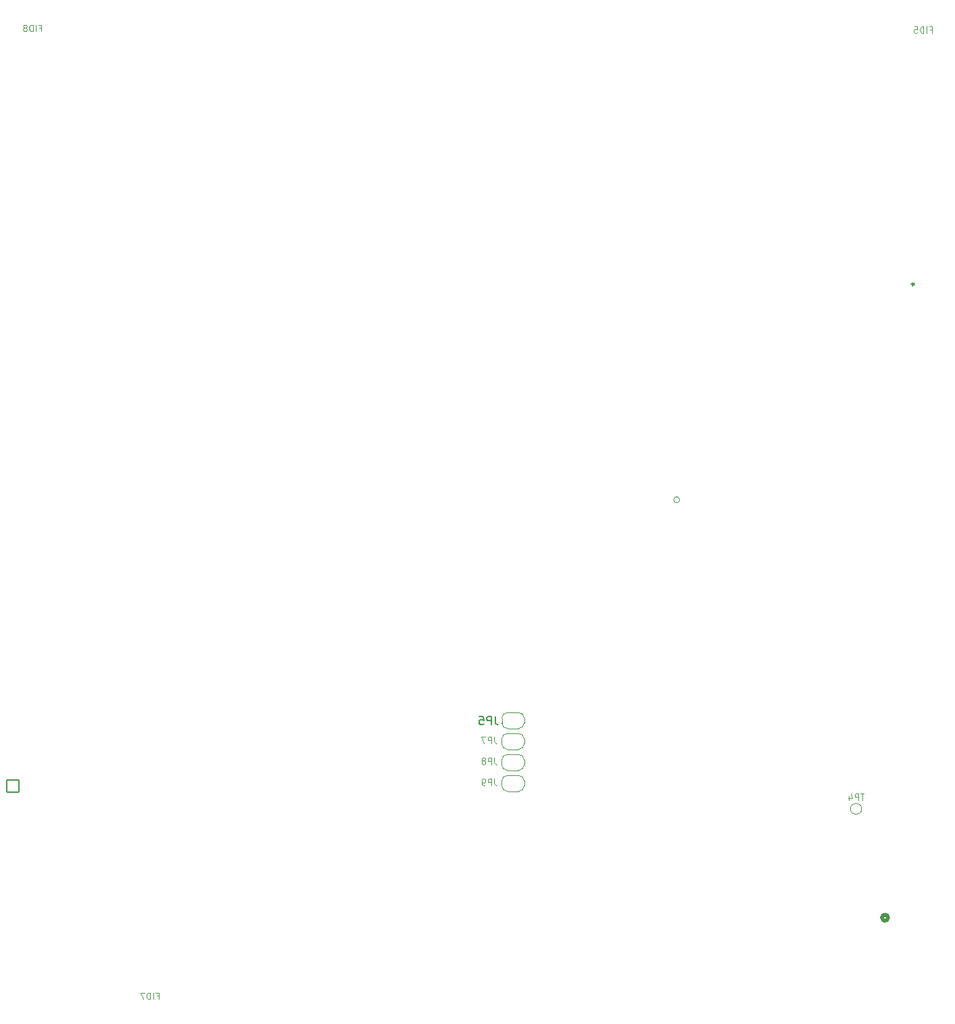
<source format=gbo>
G04 #@! TF.GenerationSoftware,KiCad,Pcbnew,7.0.6-0*
G04 #@! TF.CreationDate,2023-12-12T12:04:17-03:00*
G04 #@! TF.ProjectId,nervosinho_rev2.4,6e657276-6f73-4696-9e68-6f5f72657632,rev?*
G04 #@! TF.SameCoordinates,Original*
G04 #@! TF.FileFunction,Legend,Bot*
G04 #@! TF.FilePolarity,Positive*
%FSLAX46Y46*%
G04 Gerber Fmt 4.6, Leading zero omitted, Abs format (unit mm)*
G04 Created by KiCad (PCBNEW 7.0.6-0) date 2023-12-12 12:04:17*
%MOMM*%
%LPD*%
G01*
G04 APERTURE LIST*
G04 Aperture macros list*
%AMRoundRect*
0 Rectangle with rounded corners*
0 $1 Rounding radius*
0 $2 $3 $4 $5 $6 $7 $8 $9 X,Y pos of 4 corners*
0 Add a 4 corners polygon primitive as box body*
4,1,4,$2,$3,$4,$5,$6,$7,$8,$9,$2,$3,0*
0 Add four circle primitives for the rounded corners*
1,1,$1+$1,$2,$3*
1,1,$1+$1,$4,$5*
1,1,$1+$1,$6,$7*
1,1,$1+$1,$8,$9*
0 Add four rect primitives between the rounded corners*
20,1,$1+$1,$2,$3,$4,$5,0*
20,1,$1+$1,$4,$5,$6,$7,0*
20,1,$1+$1,$6,$7,$8,$9,0*
20,1,$1+$1,$8,$9,$2,$3,0*%
%AMFreePoly0*
4,1,19,0.500000,-0.750000,0.000000,-0.750000,0.000000,-0.744911,-0.071157,-0.744911,-0.207708,-0.704816,-0.327430,-0.627875,-0.420627,-0.520320,-0.479746,-0.390866,-0.500000,-0.250000,-0.500000,0.250000,-0.479746,0.390866,-0.420627,0.520320,-0.327430,0.627875,-0.207708,0.704816,-0.071157,0.744911,0.000000,0.744911,0.000000,0.750000,0.500000,0.750000,0.500000,-0.750000,0.500000,-0.750000,
$1*%
%AMFreePoly1*
4,1,19,0.000000,0.744911,0.071157,0.744911,0.207708,0.704816,0.327430,0.627875,0.420627,0.520320,0.479746,0.390866,0.500000,0.250000,0.500000,-0.250000,0.479746,-0.390866,0.420627,-0.520320,0.327430,-0.627875,0.207708,-0.704816,0.071157,-0.744911,0.000000,-0.744911,0.000000,-0.750000,-0.500000,-0.750000,-0.500000,0.750000,0.000000,0.750000,0.000000,0.744911,0.000000,0.744911,
$1*%
G04 Aperture macros list end*
%ADD10C,0.150000*%
%ADD11C,0.120000*%
%ADD12C,0.508000*%
%ADD13C,1.651000*%
%ADD14C,1.143000*%
%ADD15C,2.000000*%
%ADD16R,1.700000X1.700000*%
%ADD17O,1.700000X1.700000*%
%ADD18C,2.500000*%
%ADD19C,4.000000*%
%ADD20C,4.300000*%
%ADD21C,3.200000*%
%ADD22C,1.500000*%
%ADD23C,3.000000*%
%ADD24C,1.498600*%
%ADD25R,2.000000X2.000000*%
%ADD26C,3.250000*%
%ADD27R,1.520000X1.520000*%
%ADD28C,1.520000*%
%ADD29C,1.800000*%
%ADD30C,1.300000*%
%ADD31RoundRect,0.102000X0.765000X0.765000X-0.765000X0.765000X-0.765000X-0.765000X0.765000X-0.765000X0*%
%ADD32C,1.754000*%
%ADD33FreePoly0,180.000000*%
%ADD34FreePoly1,180.000000*%
%ADD35C,1.000000*%
G04 APERTURE END LIST*
D10*
X113938098Y-32933592D02*
X114176193Y-32933592D01*
X114080955Y-33171687D02*
X114176193Y-32933592D01*
X114176193Y-32933592D02*
X114080955Y-32695497D01*
X114366669Y-33076449D02*
X114176193Y-32933592D01*
X114176193Y-32933592D02*
X114366669Y-32790735D01*
X61802333Y-87102819D02*
X61802333Y-87817104D01*
X61802333Y-87817104D02*
X61849952Y-87959961D01*
X61849952Y-87959961D02*
X61945190Y-88055200D01*
X61945190Y-88055200D02*
X62088047Y-88102819D01*
X62088047Y-88102819D02*
X62183285Y-88102819D01*
X61326142Y-88102819D02*
X61326142Y-87102819D01*
X61326142Y-87102819D02*
X60945190Y-87102819D01*
X60945190Y-87102819D02*
X60849952Y-87150438D01*
X60849952Y-87150438D02*
X60802333Y-87198057D01*
X60802333Y-87198057D02*
X60754714Y-87293295D01*
X60754714Y-87293295D02*
X60754714Y-87436152D01*
X60754714Y-87436152D02*
X60802333Y-87531390D01*
X60802333Y-87531390D02*
X60849952Y-87579009D01*
X60849952Y-87579009D02*
X60945190Y-87626628D01*
X60945190Y-87626628D02*
X61326142Y-87626628D01*
X59849952Y-87102819D02*
X60326142Y-87102819D01*
X60326142Y-87102819D02*
X60373761Y-87579009D01*
X60373761Y-87579009D02*
X60326142Y-87531390D01*
X60326142Y-87531390D02*
X60230904Y-87483771D01*
X60230904Y-87483771D02*
X59992809Y-87483771D01*
X59992809Y-87483771D02*
X59897571Y-87531390D01*
X59897571Y-87531390D02*
X59849952Y-87579009D01*
X59849952Y-87579009D02*
X59802333Y-87674247D01*
X59802333Y-87674247D02*
X59802333Y-87912342D01*
X59802333Y-87912342D02*
X59849952Y-88007580D01*
X59849952Y-88007580D02*
X59897571Y-88055200D01*
X59897571Y-88055200D02*
X59992809Y-88102819D01*
X59992809Y-88102819D02*
X60230904Y-88102819D01*
X60230904Y-88102819D02*
X60326142Y-88055200D01*
X60326142Y-88055200D02*
X60373761Y-88007580D01*
D11*
X61713239Y-92271960D02*
X61713239Y-92843388D01*
X61713239Y-92843388D02*
X61751334Y-92957674D01*
X61751334Y-92957674D02*
X61827525Y-93033865D01*
X61827525Y-93033865D02*
X61941810Y-93071960D01*
X61941810Y-93071960D02*
X62018001Y-93071960D01*
X61332286Y-93071960D02*
X61332286Y-92271960D01*
X61332286Y-92271960D02*
X61027524Y-92271960D01*
X61027524Y-92271960D02*
X60951334Y-92310055D01*
X60951334Y-92310055D02*
X60913239Y-92348150D01*
X60913239Y-92348150D02*
X60875143Y-92424341D01*
X60875143Y-92424341D02*
X60875143Y-92538626D01*
X60875143Y-92538626D02*
X60913239Y-92614817D01*
X60913239Y-92614817D02*
X60951334Y-92652912D01*
X60951334Y-92652912D02*
X61027524Y-92691007D01*
X61027524Y-92691007D02*
X61332286Y-92691007D01*
X60418001Y-92614817D02*
X60494191Y-92576722D01*
X60494191Y-92576722D02*
X60532286Y-92538626D01*
X60532286Y-92538626D02*
X60570382Y-92462436D01*
X60570382Y-92462436D02*
X60570382Y-92424341D01*
X60570382Y-92424341D02*
X60532286Y-92348150D01*
X60532286Y-92348150D02*
X60494191Y-92310055D01*
X60494191Y-92310055D02*
X60418001Y-92271960D01*
X60418001Y-92271960D02*
X60265620Y-92271960D01*
X60265620Y-92271960D02*
X60189429Y-92310055D01*
X60189429Y-92310055D02*
X60151334Y-92348150D01*
X60151334Y-92348150D02*
X60113239Y-92424341D01*
X60113239Y-92424341D02*
X60113239Y-92462436D01*
X60113239Y-92462436D02*
X60151334Y-92538626D01*
X60151334Y-92538626D02*
X60189429Y-92576722D01*
X60189429Y-92576722D02*
X60265620Y-92614817D01*
X60265620Y-92614817D02*
X60418001Y-92614817D01*
X60418001Y-92614817D02*
X60494191Y-92652912D01*
X60494191Y-92652912D02*
X60532286Y-92691007D01*
X60532286Y-92691007D02*
X60570382Y-92767198D01*
X60570382Y-92767198D02*
X60570382Y-92919579D01*
X60570382Y-92919579D02*
X60532286Y-92995769D01*
X60532286Y-92995769D02*
X60494191Y-93033865D01*
X60494191Y-93033865D02*
X60418001Y-93071960D01*
X60418001Y-93071960D02*
X60265620Y-93071960D01*
X60265620Y-93071960D02*
X60189429Y-93033865D01*
X60189429Y-93033865D02*
X60151334Y-92995769D01*
X60151334Y-92995769D02*
X60113239Y-92919579D01*
X60113239Y-92919579D02*
X60113239Y-92767198D01*
X60113239Y-92767198D02*
X60151334Y-92691007D01*
X60151334Y-92691007D02*
X60189429Y-92652912D01*
X60189429Y-92652912D02*
X60265620Y-92614817D01*
X4709142Y-837807D02*
X4975808Y-837807D01*
X4975808Y-1256855D02*
X4975808Y-456855D01*
X4975808Y-456855D02*
X4594856Y-456855D01*
X4290094Y-1256855D02*
X4290094Y-456855D01*
X3909142Y-1256855D02*
X3909142Y-456855D01*
X3909142Y-456855D02*
X3718666Y-456855D01*
X3718666Y-456855D02*
X3604380Y-494950D01*
X3604380Y-494950D02*
X3528190Y-571140D01*
X3528190Y-571140D02*
X3490095Y-647331D01*
X3490095Y-647331D02*
X3451999Y-799712D01*
X3451999Y-799712D02*
X3451999Y-913998D01*
X3451999Y-913998D02*
X3490095Y-1066379D01*
X3490095Y-1066379D02*
X3528190Y-1142569D01*
X3528190Y-1142569D02*
X3604380Y-1218760D01*
X3604380Y-1218760D02*
X3718666Y-1256855D01*
X3718666Y-1256855D02*
X3909142Y-1256855D01*
X2994857Y-799712D02*
X3071047Y-761617D01*
X3071047Y-761617D02*
X3109142Y-723521D01*
X3109142Y-723521D02*
X3147238Y-647331D01*
X3147238Y-647331D02*
X3147238Y-609236D01*
X3147238Y-609236D02*
X3109142Y-533045D01*
X3109142Y-533045D02*
X3071047Y-494950D01*
X3071047Y-494950D02*
X2994857Y-456855D01*
X2994857Y-456855D02*
X2842476Y-456855D01*
X2842476Y-456855D02*
X2766285Y-494950D01*
X2766285Y-494950D02*
X2728190Y-533045D01*
X2728190Y-533045D02*
X2690095Y-609236D01*
X2690095Y-609236D02*
X2690095Y-647331D01*
X2690095Y-647331D02*
X2728190Y-723521D01*
X2728190Y-723521D02*
X2766285Y-761617D01*
X2766285Y-761617D02*
X2842476Y-799712D01*
X2842476Y-799712D02*
X2994857Y-799712D01*
X2994857Y-799712D02*
X3071047Y-837807D01*
X3071047Y-837807D02*
X3109142Y-875902D01*
X3109142Y-875902D02*
X3147238Y-952093D01*
X3147238Y-952093D02*
X3147238Y-1104474D01*
X3147238Y-1104474D02*
X3109142Y-1180664D01*
X3109142Y-1180664D02*
X3071047Y-1218760D01*
X3071047Y-1218760D02*
X2994857Y-1256855D01*
X2994857Y-1256855D02*
X2842476Y-1256855D01*
X2842476Y-1256855D02*
X2766285Y-1218760D01*
X2766285Y-1218760D02*
X2728190Y-1180664D01*
X2728190Y-1180664D02*
X2690095Y-1104474D01*
X2690095Y-1104474D02*
X2690095Y-952093D01*
X2690095Y-952093D02*
X2728190Y-875902D01*
X2728190Y-875902D02*
X2766285Y-837807D01*
X2766285Y-837807D02*
X2842476Y-799712D01*
X108023096Y-96782628D02*
X107565953Y-96782628D01*
X107794525Y-97582628D02*
X107794525Y-96782628D01*
X107299286Y-97582628D02*
X107299286Y-96782628D01*
X107299286Y-96782628D02*
X106994524Y-96782628D01*
X106994524Y-96782628D02*
X106918334Y-96820723D01*
X106918334Y-96820723D02*
X106880239Y-96858818D01*
X106880239Y-96858818D02*
X106842143Y-96935009D01*
X106842143Y-96935009D02*
X106842143Y-97049294D01*
X106842143Y-97049294D02*
X106880239Y-97125485D01*
X106880239Y-97125485D02*
X106918334Y-97163580D01*
X106918334Y-97163580D02*
X106994524Y-97201675D01*
X106994524Y-97201675D02*
X107299286Y-97201675D01*
X106156429Y-97049294D02*
X106156429Y-97582628D01*
X106346905Y-96744533D02*
X106537382Y-97315961D01*
X106537382Y-97315961D02*
X106042143Y-97315961D01*
X19405715Y-122081580D02*
X19672381Y-122081580D01*
X19672381Y-122500628D02*
X19672381Y-121700628D01*
X19672381Y-121700628D02*
X19291429Y-121700628D01*
X18986667Y-122500628D02*
X18986667Y-121700628D01*
X18605715Y-122500628D02*
X18605715Y-121700628D01*
X18605715Y-121700628D02*
X18415239Y-121700628D01*
X18415239Y-121700628D02*
X18300953Y-121738723D01*
X18300953Y-121738723D02*
X18224763Y-121814913D01*
X18224763Y-121814913D02*
X18186668Y-121891104D01*
X18186668Y-121891104D02*
X18148572Y-122043485D01*
X18148572Y-122043485D02*
X18148572Y-122157771D01*
X18148572Y-122157771D02*
X18186668Y-122310152D01*
X18186668Y-122310152D02*
X18224763Y-122386342D01*
X18224763Y-122386342D02*
X18300953Y-122462533D01*
X18300953Y-122462533D02*
X18415239Y-122500628D01*
X18415239Y-122500628D02*
X18605715Y-122500628D01*
X17881906Y-121700628D02*
X17348572Y-121700628D01*
X17348572Y-121700628D02*
X17691430Y-122500628D01*
X116275715Y-1051580D02*
X116542381Y-1051580D01*
X116542381Y-1470628D02*
X116542381Y-670628D01*
X116542381Y-670628D02*
X116161429Y-670628D01*
X115856667Y-1470628D02*
X115856667Y-670628D01*
X115475715Y-1470628D02*
X115475715Y-670628D01*
X115475715Y-670628D02*
X115285239Y-670628D01*
X115285239Y-670628D02*
X115170953Y-708723D01*
X115170953Y-708723D02*
X115094763Y-784913D01*
X115094763Y-784913D02*
X115056668Y-861104D01*
X115056668Y-861104D02*
X115018572Y-1013485D01*
X115018572Y-1013485D02*
X115018572Y-1127771D01*
X115018572Y-1127771D02*
X115056668Y-1280152D01*
X115056668Y-1280152D02*
X115094763Y-1356342D01*
X115094763Y-1356342D02*
X115170953Y-1432533D01*
X115170953Y-1432533D02*
X115285239Y-1470628D01*
X115285239Y-1470628D02*
X115475715Y-1470628D01*
X114294763Y-670628D02*
X114675715Y-670628D01*
X114675715Y-670628D02*
X114713811Y-1051580D01*
X114713811Y-1051580D02*
X114675715Y-1013485D01*
X114675715Y-1013485D02*
X114599525Y-975390D01*
X114599525Y-975390D02*
X114409049Y-975390D01*
X114409049Y-975390D02*
X114332858Y-1013485D01*
X114332858Y-1013485D02*
X114294763Y-1051580D01*
X114294763Y-1051580D02*
X114256668Y-1127771D01*
X114256668Y-1127771D02*
X114256668Y-1318247D01*
X114256668Y-1318247D02*
X114294763Y-1394437D01*
X114294763Y-1394437D02*
X114332858Y-1432533D01*
X114332858Y-1432533D02*
X114409049Y-1470628D01*
X114409049Y-1470628D02*
X114599525Y-1470628D01*
X114599525Y-1470628D02*
X114675715Y-1432533D01*
X114675715Y-1432533D02*
X114713811Y-1394437D01*
X61713239Y-94896628D02*
X61713239Y-95468056D01*
X61713239Y-95468056D02*
X61751334Y-95582342D01*
X61751334Y-95582342D02*
X61827525Y-95658533D01*
X61827525Y-95658533D02*
X61941810Y-95696628D01*
X61941810Y-95696628D02*
X62018001Y-95696628D01*
X61332286Y-95696628D02*
X61332286Y-94896628D01*
X61332286Y-94896628D02*
X61027524Y-94896628D01*
X61027524Y-94896628D02*
X60951334Y-94934723D01*
X60951334Y-94934723D02*
X60913239Y-94972818D01*
X60913239Y-94972818D02*
X60875143Y-95049009D01*
X60875143Y-95049009D02*
X60875143Y-95163294D01*
X60875143Y-95163294D02*
X60913239Y-95239485D01*
X60913239Y-95239485D02*
X60951334Y-95277580D01*
X60951334Y-95277580D02*
X61027524Y-95315675D01*
X61027524Y-95315675D02*
X61332286Y-95315675D01*
X60494191Y-95696628D02*
X60341810Y-95696628D01*
X60341810Y-95696628D02*
X60265620Y-95658533D01*
X60265620Y-95658533D02*
X60227524Y-95620437D01*
X60227524Y-95620437D02*
X60151334Y-95506152D01*
X60151334Y-95506152D02*
X60113239Y-95353771D01*
X60113239Y-95353771D02*
X60113239Y-95049009D01*
X60113239Y-95049009D02*
X60151334Y-94972818D01*
X60151334Y-94972818D02*
X60189429Y-94934723D01*
X60189429Y-94934723D02*
X60265620Y-94896628D01*
X60265620Y-94896628D02*
X60418001Y-94896628D01*
X60418001Y-94896628D02*
X60494191Y-94934723D01*
X60494191Y-94934723D02*
X60532286Y-94972818D01*
X60532286Y-94972818D02*
X60570382Y-95049009D01*
X60570382Y-95049009D02*
X60570382Y-95239485D01*
X60570382Y-95239485D02*
X60532286Y-95315675D01*
X60532286Y-95315675D02*
X60494191Y-95353771D01*
X60494191Y-95353771D02*
X60418001Y-95391866D01*
X60418001Y-95391866D02*
X60265620Y-95391866D01*
X60265620Y-95391866D02*
X60189429Y-95353771D01*
X60189429Y-95353771D02*
X60151334Y-95315675D01*
X60151334Y-95315675D02*
X60113239Y-95239485D01*
X61713239Y-89647294D02*
X61713239Y-90218722D01*
X61713239Y-90218722D02*
X61751334Y-90333008D01*
X61751334Y-90333008D02*
X61827525Y-90409199D01*
X61827525Y-90409199D02*
X61941810Y-90447294D01*
X61941810Y-90447294D02*
X62018001Y-90447294D01*
X61332286Y-90447294D02*
X61332286Y-89647294D01*
X61332286Y-89647294D02*
X61027524Y-89647294D01*
X61027524Y-89647294D02*
X60951334Y-89685389D01*
X60951334Y-89685389D02*
X60913239Y-89723484D01*
X60913239Y-89723484D02*
X60875143Y-89799675D01*
X60875143Y-89799675D02*
X60875143Y-89913960D01*
X60875143Y-89913960D02*
X60913239Y-89990151D01*
X60913239Y-89990151D02*
X60951334Y-90028246D01*
X60951334Y-90028246D02*
X61027524Y-90066341D01*
X61027524Y-90066341D02*
X61332286Y-90066341D01*
X60608477Y-89647294D02*
X60075143Y-89647294D01*
X60075143Y-89647294D02*
X60418001Y-90447294D01*
X84927098Y-59942001D02*
G75*
G03*
X84927098Y-59942001I-381000J0D01*
G01*
D12*
X111029619Y-112299296D02*
G75*
G03*
X111029619Y-112299296I-381000J0D01*
G01*
D11*
X65446000Y-87906000D02*
X65446000Y-87306000D01*
X64746000Y-86606000D02*
X63346000Y-86606000D01*
X63346000Y-88606000D02*
X64746000Y-88606000D01*
X62646000Y-87306000D02*
X62646000Y-87906000D01*
X64746000Y-88606000D02*
G75*
G03*
X65446000Y-87906000I1J699999D01*
G01*
X65446000Y-87306000D02*
G75*
G03*
X64746000Y-86606000I-699999J1D01*
G01*
X62646000Y-87906000D02*
G75*
G03*
X63346000Y-88606000I700000J0D01*
G01*
X63346000Y-86606000D02*
G75*
G03*
X62646000Y-87306000I0J-700000D01*
G01*
X65440573Y-93142105D02*
X65440573Y-92542105D01*
X64740573Y-91842105D02*
X63340573Y-91842105D01*
X63340573Y-93842105D02*
X64740573Y-93842105D01*
X62640573Y-92542105D02*
X62640573Y-93142105D01*
X64740573Y-93842105D02*
G75*
G03*
X65440573Y-93142105I1J699999D01*
G01*
X65440573Y-92542105D02*
G75*
G03*
X64740573Y-91842105I-699999J1D01*
G01*
X62640573Y-93142105D02*
G75*
G03*
X63340573Y-93842105I700000J0D01*
G01*
X63340573Y-91842105D02*
G75*
G03*
X62640573Y-92542105I0J-700000D01*
G01*
X107713573Y-98666773D02*
G75*
G03*
X107713573Y-98666773I-700000J0D01*
G01*
X65440573Y-95766773D02*
X65440573Y-95166773D01*
X64740573Y-94466773D02*
X63340573Y-94466773D01*
X63340573Y-96466773D02*
X64740573Y-96466773D01*
X62640573Y-95166773D02*
X62640573Y-95766773D01*
X64740573Y-96466773D02*
G75*
G03*
X65440573Y-95766773I1J699999D01*
G01*
X65440573Y-95166773D02*
G75*
G03*
X64740573Y-94466773I-699999J1D01*
G01*
X62640573Y-95766773D02*
G75*
G03*
X63340573Y-96466773I700000J0D01*
G01*
X63340573Y-94466773D02*
G75*
G03*
X62640573Y-95166773I0J-700000D01*
G01*
X65440573Y-90517439D02*
X65440573Y-89917439D01*
X64740573Y-89217439D02*
X63340573Y-89217439D01*
X63340573Y-91217439D02*
X64740573Y-91217439D01*
X62640573Y-89917439D02*
X62640573Y-90517439D01*
X64740573Y-91217439D02*
G75*
G03*
X65440573Y-90517439I1J699999D01*
G01*
X65440573Y-89917439D02*
G75*
G03*
X64740573Y-89217439I-699999J1D01*
G01*
X62640573Y-90517439D02*
G75*
G03*
X63340573Y-91217439I700000J0D01*
G01*
X63340573Y-89217439D02*
G75*
G03*
X62640573Y-89917439I0J-700000D01*
G01*
%LPC*%
D13*
X88898997Y-55842002D03*
D14*
X113898999Y-55842002D03*
D15*
X5682000Y-104946000D03*
X5682000Y-108756000D03*
D16*
X114534000Y-127435000D03*
D17*
X111994000Y-127435000D03*
X109454000Y-127435000D03*
X106914000Y-127435000D03*
D15*
X34078573Y-132496773D03*
X22678573Y-132496773D03*
D18*
X23495964Y-116861773D03*
X30245964Y-116861773D03*
D19*
X59245964Y-40861773D03*
X64745964Y-40861773D03*
D20*
X122093573Y-6696773D03*
X22542000Y-4578000D03*
D16*
X128050000Y-76210000D03*
D17*
X128050000Y-78750000D03*
X128050000Y-81290000D03*
X128050000Y-83830000D03*
D21*
X108818573Y-146436773D03*
X121518573Y-146436773D03*
D22*
X118738573Y-144086773D03*
X117718573Y-142306773D03*
X116698573Y-144086773D03*
X115678573Y-142306773D03*
X114658573Y-144086773D03*
X113638573Y-142306773D03*
X112618573Y-144086773D03*
X111598573Y-142306773D03*
D23*
X107018573Y-142936773D03*
X123318573Y-142936773D03*
D16*
X11955000Y-112826000D03*
D17*
X11955000Y-115366000D03*
X11955000Y-117906000D03*
X11955000Y-120446000D03*
D21*
X53318573Y-146436773D03*
X66018573Y-146436773D03*
D22*
X63238573Y-144086773D03*
X62218573Y-142306773D03*
X61198573Y-144086773D03*
X60178573Y-142306773D03*
X59158573Y-144086773D03*
X58138573Y-142306773D03*
X57118573Y-144086773D03*
X56098573Y-142306773D03*
D23*
X51518573Y-142936773D03*
X67818573Y-142936773D03*
D24*
X122672619Y-121240296D03*
X122672619Y-113240296D03*
D15*
X8088573Y-43908573D03*
X3088573Y-43908573D03*
X8088573Y-48908573D03*
X3088573Y-48908573D03*
D16*
X51942000Y-125379000D03*
D17*
X51942000Y-127919000D03*
X51942000Y-130459000D03*
X51942000Y-132999000D03*
D25*
X6490573Y-27106573D03*
X1440573Y-27106573D03*
X6490573Y-32156573D03*
X1440573Y-32156573D03*
D23*
X23968573Y-144391773D03*
X29048573Y-144391773D03*
D26*
X73193573Y-146436773D03*
X101643573Y-146436773D03*
D22*
X98868573Y-143896773D03*
X97848573Y-142116773D03*
X96828573Y-143896773D03*
X95808573Y-142116773D03*
X94788573Y-143896773D03*
X93768573Y-142116773D03*
X92748573Y-143896773D03*
X91728573Y-142116773D03*
X83108573Y-143896773D03*
X82088573Y-142116773D03*
X81068573Y-143896773D03*
X80048573Y-142116773D03*
X79028573Y-143896773D03*
X78008573Y-142116773D03*
X76988573Y-143896773D03*
X75968573Y-142116773D03*
D23*
X103418573Y-142636773D03*
X71418573Y-142636773D03*
D16*
X128125000Y-91710000D03*
D17*
X128125000Y-89170000D03*
D23*
X37943573Y-144411773D03*
X42643573Y-144411773D03*
X47343573Y-144411773D03*
X4421573Y-79955823D03*
X4421573Y-84635823D03*
D27*
X8741573Y-86795823D03*
D28*
X8741573Y-83795823D03*
X8741573Y-80795823D03*
X8741573Y-77795823D03*
X11741573Y-86795823D03*
X11741573Y-83795823D03*
X11741573Y-80795823D03*
X11741573Y-77795823D03*
D20*
X125838573Y-134166773D03*
D29*
X24858573Y-124516773D03*
X32358573Y-127416773D03*
D15*
X8143573Y-56728573D03*
X3143573Y-56728573D03*
X8143573Y-61728573D03*
X3143573Y-61728573D03*
D20*
X5739573Y-145608573D03*
D15*
X5682000Y-122529000D03*
X5682000Y-126339000D03*
D30*
X6468000Y-93655000D03*
D31*
X1388000Y-95815000D03*
D32*
X3928000Y-95815000D03*
X6468000Y-95815000D03*
X9008000Y-95815000D03*
D33*
X64696000Y-87606000D03*
D34*
X63396000Y-87606000D03*
D33*
X64690573Y-92842105D03*
D34*
X63390573Y-92842105D03*
D15*
X3852000Y-2893000D03*
D35*
X107013573Y-98666773D03*
D15*
X18548573Y-124136773D03*
X115418573Y-3106773D03*
D33*
X64690573Y-95466773D03*
D34*
X63390573Y-95466773D03*
D33*
X64690573Y-90217439D03*
D34*
X63390573Y-90217439D03*
%LPD*%
M02*

</source>
